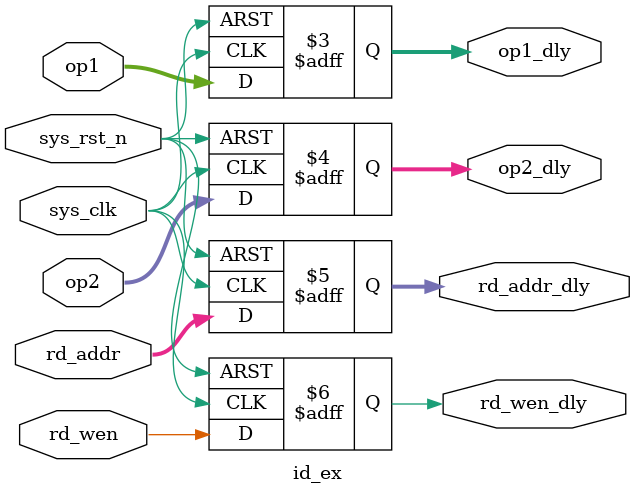
<source format=v>
module id_ex (
    input wire sys_clk,
    input wire sys_rst_n,

    input wire [31:0] op1,
    input wire [31:0] op2,
    input wire [4:0] rd_addr,
    input wire rd_wen,

    output reg [31:0] op1_dly,
    output reg [31:0] op2_dly,
    output reg [4:0] rd_addr_dly,
    output reg rd_wen_dly
);

    always @(posedge sys_clk or negedge sys_rst_n) begin
        if (sys_rst_n == 1'b0) begin
            op1_dly <= 32'b0;
            op2_dly <= 32'b0;
            rd_addr_dly <= 5'b0;
            rd_wen_dly <= 1'b0;
        end
        else begin
            op1_dly <= op1;
            op2_dly <= op2;
            rd_addr_dly <= rd_addr;
            rd_wen_dly <= rd_wen;
        end
    end
    
endmodule
</source>
